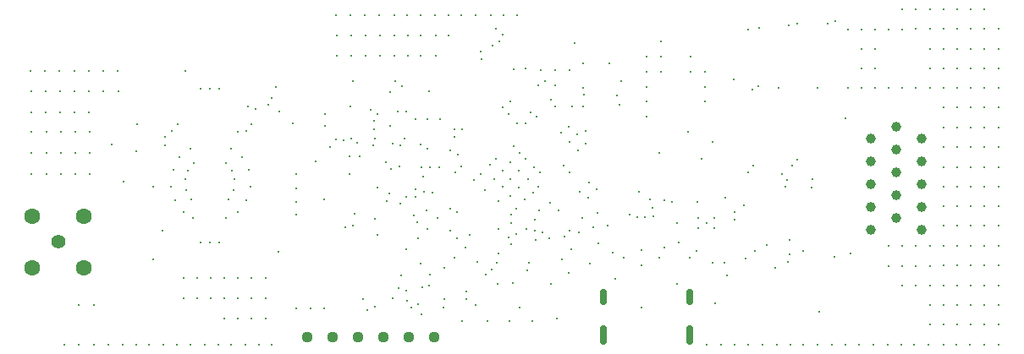
<source format=gbr>
%TF.GenerationSoftware,KiCad,Pcbnew,9.0.2+1*%
%TF.CreationDate,2025-08-16T20:28:59+01:00*%
%TF.ProjectId,Navigator,4e617669-6761-4746-9f72-2e6b69636164,rev?*%
%TF.SameCoordinates,Original*%
%TF.FileFunction,Plated,1,4,PTH,Mixed*%
%TF.FilePolarity,Positive*%
%FSLAX46Y46*%
G04 Gerber Fmt 4.6, Leading zero omitted, Abs format (unit mm)*
G04 Created by KiCad (PCBNEW 9.0.2+1) date 2025-08-16 20:28:59*
%MOMM*%
%LPD*%
G01*
G04 APERTURE LIST*
%TA.AperFunction,ViaDrill*%
%ADD10C,0.200000*%
%TD*%
%TA.AperFunction,ViaDrill*%
%ADD11C,0.250000*%
%TD*%
%TA.AperFunction,ViaDrill*%
%ADD12C,0.300000*%
%TD*%
G04 aperture for slot hole*
%TA.AperFunction,ComponentDrill*%
%ADD13C,0.650000*%
%TD*%
%TA.AperFunction,ComponentDrill*%
%ADD14C,1.000000*%
%TD*%
%TA.AperFunction,ComponentDrill*%
%ADD15C,1.117600*%
%TD*%
%TA.AperFunction,ComponentDrill*%
%ADD16C,1.400000*%
%TD*%
%TA.AperFunction,ComponentDrill*%
%ADD17C,1.600000*%
%TD*%
G04 APERTURE END LIST*
D10*
X101949999Y-71600000D03*
X101999492Y-75698984D03*
X102000000Y-73600000D03*
X102049493Y-77698984D03*
X102049493Y-79798984D03*
X102050001Y-81900000D03*
X103399999Y-71600000D03*
X103450000Y-73600000D03*
X103450000Y-75700000D03*
X103499493Y-77698984D03*
X103499493Y-79798984D03*
X103500001Y-81900000D03*
X104849998Y-71600000D03*
X104899999Y-73600000D03*
X104899999Y-75700000D03*
X104949492Y-77698984D03*
X104949492Y-79798984D03*
X104950000Y-81900000D03*
X105350000Y-99000000D03*
X106299998Y-71600000D03*
X106349999Y-73600000D03*
X106349999Y-75700000D03*
X106399492Y-77698984D03*
X106399492Y-79798984D03*
X106400000Y-81900000D03*
X106800000Y-95027202D03*
X106800000Y-99000000D03*
X107749999Y-71600000D03*
X107799492Y-75698984D03*
X107800000Y-73600000D03*
X107849493Y-77698984D03*
X107849493Y-79798984D03*
X107850001Y-81900000D03*
X108249999Y-95027202D03*
X108249999Y-99000000D03*
X109200000Y-71600000D03*
X109250001Y-73600000D03*
X109699999Y-99000000D03*
X110030000Y-78920000D03*
X110650001Y-71600000D03*
X110700002Y-73600000D03*
X111150000Y-99000000D03*
X111230000Y-82675000D03*
X112500000Y-99000000D03*
X112600000Y-76900000D03*
X113800000Y-99000000D03*
X115250000Y-99000000D03*
X115370000Y-78210000D03*
X115380000Y-79000000D03*
X116051681Y-77599999D03*
X116600000Y-99000000D03*
X117233333Y-92350000D03*
X117233333Y-94350000D03*
X117400000Y-71600000D03*
X117524856Y-83548499D03*
X117674856Y-81598499D03*
X117900000Y-99000000D03*
X118600000Y-92350000D03*
X118600000Y-94350000D03*
X119350001Y-99000000D03*
X119966667Y-92350000D03*
X119966667Y-94350000D03*
X120700001Y-99000000D03*
X121316667Y-96350000D03*
X121333768Y-92350044D03*
X121333768Y-94350044D03*
X122000001Y-99000000D03*
X122124856Y-81598499D03*
X122274856Y-83548499D03*
X122670000Y-77660000D03*
X122683334Y-96350000D03*
X122700000Y-92350000D03*
X122700435Y-94350044D03*
X123450001Y-99000000D03*
X123520000Y-77610000D03*
X123700000Y-75100000D03*
X124050000Y-96350000D03*
X124067101Y-92350044D03*
X124067101Y-94350044D03*
X124442597Y-75355138D03*
X124800001Y-99000000D03*
X125433768Y-92350044D03*
X125434094Y-94349188D03*
X125434094Y-96349188D03*
X125733100Y-75000000D03*
X126050000Y-74250000D03*
X126100001Y-99000000D03*
X126500000Y-73200000D03*
X126830000Y-75678500D03*
X128180000Y-76821500D03*
X128549999Y-95350000D03*
X128550000Y-81900000D03*
X128550000Y-83350000D03*
X128550000Y-84700000D03*
X128550000Y-86000000D03*
X129916666Y-95350000D03*
X130458500Y-80678583D03*
X131283333Y-95350000D03*
X131300000Y-84450000D03*
X131380000Y-75900000D03*
X131380000Y-77100000D03*
X131900000Y-79200000D03*
X132495272Y-78438487D03*
X132499999Y-66000000D03*
X132550000Y-68000000D03*
X132550000Y-70100000D03*
X133255000Y-78545000D03*
X133430578Y-87268547D03*
X133891001Y-80100000D03*
X133891001Y-81900000D03*
X133918101Y-75110000D03*
X133949999Y-66000000D03*
X134000000Y-68000000D03*
X134000000Y-70100000D03*
X134025158Y-78350000D03*
X134150000Y-72600000D03*
X134200000Y-87100000D03*
X134400000Y-85900000D03*
X134616863Y-78810854D03*
X134870000Y-80110000D03*
X135200000Y-94415001D03*
X135399998Y-66000000D03*
X135449999Y-68000000D03*
X135449999Y-70100000D03*
X135597660Y-95557660D03*
X135980000Y-75500000D03*
X136200000Y-79045000D03*
X136270000Y-76610000D03*
X136280000Y-77400000D03*
X136385000Y-95190000D03*
X136400000Y-86400000D03*
X136430000Y-78325000D03*
X136620000Y-75910000D03*
X136679999Y-88000000D03*
X136687442Y-83232426D03*
X136849998Y-66000000D03*
X136899999Y-68000000D03*
X136899999Y-70100000D03*
X137470000Y-80700000D03*
X137574856Y-84598499D03*
X137860000Y-83834875D03*
X137920000Y-77060000D03*
X137930000Y-73656998D03*
X138020000Y-81410000D03*
X138139518Y-78839999D03*
X138200000Y-94400000D03*
X138299999Y-66000000D03*
X138350000Y-68000000D03*
X138350000Y-70100000D03*
X138400000Y-72600000D03*
X138720000Y-75610000D03*
X138750000Y-93369000D03*
X138874856Y-81148499D03*
X138901660Y-79045000D03*
X138925000Y-84875000D03*
X139000000Y-92050000D03*
X139133499Y-73103499D03*
X139320000Y-78360000D03*
X139500000Y-75650000D03*
X139500000Y-93615000D03*
X139530000Y-84240000D03*
X139536515Y-89433250D03*
X139649999Y-66000000D03*
X139650000Y-94650000D03*
X139700000Y-68000000D03*
X139700000Y-70100000D03*
X140035873Y-95293122D03*
X140300000Y-86050000D03*
X140420000Y-83448499D03*
X140430000Y-76428499D03*
X140474856Y-84198499D03*
X140600000Y-86700000D03*
X140680000Y-94915000D03*
X140686515Y-88333250D03*
X140936515Y-90883250D03*
X140949999Y-66000000D03*
X140970000Y-78910000D03*
X141000000Y-68000000D03*
X141000000Y-70100000D03*
X141028499Y-96000000D03*
X141050000Y-81225000D03*
X141119754Y-93286000D03*
X141225000Y-82150000D03*
X141274856Y-83660000D03*
X141525000Y-85525000D03*
X141630000Y-76428499D03*
X141630000Y-79396000D03*
X141636515Y-87383960D03*
X141850000Y-73650000D03*
X141850000Y-93115000D03*
X141900000Y-92000000D03*
X141905000Y-81275000D03*
X142125000Y-83795000D03*
X142399999Y-66000000D03*
X142450000Y-68000000D03*
X142450000Y-70100000D03*
X142676515Y-86343961D03*
X142845853Y-81227502D03*
X142930000Y-76428499D03*
X143250000Y-95250000D03*
X143300000Y-94430000D03*
X143351515Y-91338250D03*
X143749999Y-66000000D03*
X143800000Y-68000000D03*
X143900000Y-85410000D03*
X143920000Y-79510000D03*
X143936515Y-87583250D03*
X144320000Y-77410000D03*
X144376515Y-90313249D03*
X144380000Y-78200000D03*
X144470000Y-81760000D03*
X144595365Y-85691019D03*
X144636515Y-88373250D03*
X144720000Y-79960000D03*
X145030000Y-81150000D03*
X145049999Y-66000000D03*
X145080000Y-77400000D03*
X145150000Y-96650000D03*
X145416515Y-89273250D03*
X145525255Y-93654146D03*
X145550000Y-94450000D03*
X145896776Y-87983224D03*
X146324856Y-82498499D03*
X146450000Y-95050000D03*
X146499999Y-66000000D03*
X146650000Y-90750000D03*
X146950000Y-81900000D03*
X147000000Y-69600000D03*
X147050000Y-70400000D03*
X147424856Y-83548499D03*
X147500000Y-92000000D03*
X147620000Y-96660000D03*
X147920000Y-80960000D03*
X147950000Y-66000000D03*
X148117073Y-91499215D03*
X148153883Y-69021722D03*
X148470000Y-80360000D03*
X148500000Y-67353527D03*
X148600000Y-90800000D03*
X148674856Y-92948499D03*
X148725000Y-89875000D03*
X148730000Y-84660000D03*
X148743269Y-87433269D03*
X148828641Y-68606531D03*
X149170000Y-67900000D03*
X149180000Y-75200000D03*
X149300000Y-66000000D03*
X149736558Y-88250269D03*
X149800000Y-75900000D03*
X149820000Y-96660000D03*
X149986168Y-86853378D03*
X150029160Y-88940840D03*
X150030000Y-85950000D03*
X150174856Y-92798499D03*
X150300000Y-71400000D03*
X150305140Y-79122015D03*
X150520000Y-85360000D03*
X150548231Y-87898499D03*
X150600000Y-66000000D03*
X150620000Y-76860000D03*
X150900000Y-95303805D03*
X150905000Y-79775000D03*
X151420000Y-84460000D03*
X151430000Y-71348298D03*
X151430000Y-76850000D03*
X151480000Y-80400000D03*
X151585000Y-87410000D03*
X151600000Y-91600000D03*
X151774856Y-90798499D03*
X151986520Y-75700753D03*
X152100000Y-96650000D03*
X152224856Y-83798499D03*
X152339668Y-81229668D03*
X152370000Y-86510000D03*
X152414146Y-87614289D03*
X152480840Y-88549160D03*
X152605000Y-76125000D03*
X152720000Y-83210000D03*
X152770000Y-73010000D03*
X152805000Y-85525000D03*
X152870000Y-81760000D03*
X152950000Y-71500000D03*
X153185824Y-87794176D03*
X153420000Y-72610000D03*
X153844160Y-88335840D03*
X153900000Y-84825000D03*
X153970000Y-74460000D03*
X154000000Y-92950000D03*
X154400000Y-71500000D03*
X154400000Y-73050000D03*
X154430000Y-75100000D03*
X154560000Y-96430000D03*
X154793340Y-85546660D03*
X154988224Y-77791776D03*
X155123179Y-90496821D03*
X155300000Y-81100000D03*
X155360000Y-88180000D03*
X155750000Y-77150000D03*
X155774067Y-91855933D03*
X155849999Y-71500000D03*
X155864160Y-81735840D03*
X155869823Y-87593466D03*
X155888224Y-78691776D03*
X156000000Y-89475000D03*
X156150000Y-75120000D03*
X156600000Y-77950000D03*
X156738224Y-79541776D03*
X156770000Y-87760000D03*
X156878968Y-83702611D03*
X157174856Y-86348499D03*
X157198742Y-73240147D03*
X157200000Y-75120000D03*
X157250000Y-70800000D03*
X157341559Y-73987572D03*
X157450000Y-78850000D03*
X157750000Y-84250000D03*
X157828968Y-82752611D03*
X157900000Y-90850000D03*
X158206564Y-87260000D03*
X158550000Y-83450000D03*
X158620000Y-85827925D03*
X158765431Y-88879283D03*
X159700000Y-87050000D03*
X159824856Y-70795000D03*
X160444856Y-92400000D03*
X160600000Y-74050000D03*
X160900000Y-75000000D03*
X161000000Y-72600000D03*
X161244856Y-90252549D03*
X161850000Y-85950000D03*
X162647355Y-86238733D03*
X162770000Y-83730000D03*
X163025000Y-89525000D03*
X163044856Y-91048499D03*
X163044856Y-95310000D03*
X163442355Y-86238733D03*
X163550000Y-76150000D03*
X163600000Y-70150000D03*
X163600000Y-71650000D03*
X163600000Y-73150000D03*
X163600000Y-74650000D03*
X163900000Y-84450000D03*
X164150000Y-85325000D03*
X164225000Y-86150000D03*
X164844854Y-90252549D03*
X164850000Y-79800000D03*
X165050000Y-68650000D03*
X165050000Y-70150000D03*
X165050000Y-71650000D03*
X166110000Y-84690000D03*
X166600000Y-86850000D03*
X166644856Y-92952547D03*
X166750000Y-88750000D03*
X167730000Y-77660000D03*
X167874856Y-90300000D03*
X167949999Y-70150000D03*
X167949999Y-71650000D03*
X168624856Y-84698499D03*
X168774856Y-86348499D03*
X168774856Y-87298499D03*
X169049998Y-80400002D03*
X169400000Y-71650000D03*
X169400000Y-73150000D03*
X169400000Y-74650000D03*
X169574856Y-86826998D03*
X169600000Y-99000000D03*
X170150000Y-78700000D03*
X170174858Y-90798495D03*
X170324856Y-86348499D03*
X170324856Y-87298499D03*
X171050000Y-99000000D03*
X171374857Y-90798499D03*
X171474856Y-84298499D03*
X171600000Y-92100000D03*
X172300000Y-72400000D03*
X172374856Y-85698499D03*
X172374856Y-86460000D03*
X172400000Y-99000000D03*
X173270000Y-85010000D03*
X173440000Y-90355496D03*
X173698802Y-67400000D03*
X173700000Y-81750000D03*
X173700000Y-99000000D03*
X174135000Y-73485000D03*
X174200000Y-81100000D03*
X174720000Y-73090000D03*
X174800000Y-67250000D03*
X175150000Y-99000000D03*
X175600000Y-89000000D03*
X176600001Y-99000000D03*
X176814124Y-73260000D03*
X177119668Y-81925000D03*
X177443958Y-83221146D03*
X177650000Y-82500000D03*
X177750000Y-90727208D03*
X177800000Y-67050000D03*
X177850000Y-88500000D03*
X177920000Y-89960000D03*
X177950001Y-99000000D03*
X178100000Y-81100000D03*
X178600000Y-66800000D03*
X178600000Y-80450000D03*
X179250001Y-99000000D03*
X179266856Y-89590499D03*
X180050000Y-83300000D03*
X180150000Y-82450000D03*
X180670000Y-73260000D03*
X180700001Y-99000000D03*
X181650000Y-66850000D03*
X182150001Y-99000000D03*
X182330000Y-90240000D03*
X182470000Y-66550000D03*
X183450000Y-76350000D03*
X183500001Y-99000000D03*
X183691667Y-67400000D03*
X183691667Y-73300000D03*
X184000000Y-89900000D03*
X184800001Y-99000000D03*
X185058333Y-73300000D03*
X185058334Y-67400000D03*
X185058334Y-69350000D03*
X185058334Y-71350000D03*
X186250001Y-99000000D03*
X186425000Y-67400000D03*
X186425000Y-69350000D03*
X186425000Y-71350000D03*
X186426251Y-73297639D03*
X187700001Y-99000000D03*
X187779167Y-89150000D03*
X187779167Y-91100000D03*
X187792918Y-67397639D03*
X187792918Y-73297639D03*
X189050001Y-99000000D03*
X189158333Y-73300000D03*
X189159913Y-65398583D03*
X189159913Y-67398583D03*
X189166666Y-89150000D03*
X189166666Y-91100000D03*
X189166666Y-93050000D03*
X190350001Y-99000000D03*
X190525000Y-65400000D03*
X190525000Y-67350000D03*
X190525000Y-73300000D03*
X190533333Y-89150000D03*
X190533333Y-91100000D03*
X190533333Y-93050000D03*
X191800001Y-99000000D03*
X191899999Y-95000000D03*
X191899999Y-97000000D03*
X191900000Y-65400000D03*
X191900000Y-67350000D03*
X191900000Y-69350000D03*
X191900000Y-71300000D03*
X191900000Y-73300000D03*
X191900000Y-89150000D03*
X191900000Y-91100000D03*
X191900000Y-93050000D03*
X193250001Y-99000000D03*
X193266666Y-75250000D03*
X193266666Y-77250000D03*
X193266666Y-79200000D03*
X193266666Y-81200000D03*
X193266666Y-83150000D03*
X193266666Y-85150000D03*
X193266666Y-87100000D03*
X193266666Y-89100000D03*
X193266666Y-91050000D03*
X193266666Y-93050000D03*
X193266666Y-95000000D03*
X193266666Y-97000000D03*
X193275000Y-65400000D03*
X193275000Y-67350000D03*
X193275000Y-69350000D03*
X193275000Y-71300000D03*
X193275000Y-73300000D03*
X194600001Y-99000000D03*
X194633333Y-69350000D03*
X194633333Y-71300000D03*
X194633333Y-73300000D03*
X194633333Y-75250000D03*
X194633333Y-77250000D03*
X194633333Y-79200000D03*
X194633333Y-81200000D03*
X194633333Y-83150000D03*
X194633333Y-85150000D03*
X194633333Y-87100000D03*
X194633333Y-89100000D03*
X194633333Y-91050000D03*
X194633333Y-93050000D03*
X194633333Y-95000000D03*
X194633333Y-97000000D03*
X194641667Y-65400000D03*
X194641667Y-67350000D03*
X195900001Y-99000000D03*
X196000000Y-69350000D03*
X196000000Y-71300000D03*
X196000000Y-73300000D03*
X196000000Y-75250000D03*
X196000000Y-77250000D03*
X196000000Y-79200000D03*
X196000000Y-81200000D03*
X196000000Y-83150000D03*
X196000000Y-85150000D03*
X196000000Y-87100000D03*
X196000000Y-89100000D03*
X196000000Y-91050000D03*
X196000000Y-93050000D03*
X196000000Y-95000000D03*
X196000000Y-97000000D03*
X196008334Y-65400000D03*
X196008334Y-67350000D03*
X197350001Y-99000000D03*
X197375000Y-69350000D03*
X197375000Y-71300000D03*
X197375000Y-73300000D03*
X197375000Y-75250000D03*
X197375000Y-77250000D03*
X197375000Y-79200000D03*
X197375000Y-81200000D03*
X197375000Y-83150000D03*
X197375000Y-85150000D03*
X197375000Y-87100000D03*
X197375000Y-89100000D03*
X197375000Y-91050000D03*
X197375000Y-93050000D03*
X197375000Y-95000000D03*
X197375000Y-97000000D03*
X197383334Y-65400000D03*
X197383334Y-67350000D03*
X198750000Y-69350000D03*
X198750000Y-71300000D03*
X198750000Y-73300000D03*
X198750000Y-75250000D03*
X198750000Y-77250000D03*
X198750000Y-79200000D03*
X198750000Y-81200000D03*
X198750000Y-83150000D03*
X198750000Y-85150000D03*
X198750000Y-87100000D03*
X198750000Y-89100000D03*
X198750000Y-91050000D03*
X198750000Y-93050000D03*
X198750000Y-95000000D03*
X198750000Y-97000000D03*
X198758334Y-67350000D03*
X198800000Y-99000000D03*
D11*
X114224856Y-83208499D03*
X114250000Y-90450000D03*
X115180000Y-87550000D03*
X148310212Y-82393854D03*
X149142712Y-81561354D03*
X149157743Y-83209717D03*
X149970243Y-82397218D03*
X149974856Y-84098499D03*
X149975212Y-80728854D03*
X150782743Y-81584717D03*
X150824857Y-83248498D03*
X151674857Y-82398498D03*
X156400000Y-68750000D03*
X157500000Y-77600000D03*
X160174856Y-89798499D03*
X165374856Y-84498499D03*
X165374856Y-89248499D03*
X168574856Y-89655496D03*
X170386999Y-94880965D03*
X180824856Y-95698499D03*
D12*
X112480000Y-79600000D03*
X116024856Y-83148499D03*
X116224856Y-81498499D03*
X116424856Y-84548499D03*
X116674856Y-76900000D03*
X116874856Y-80248499D03*
X117224856Y-85698499D03*
X117424856Y-82448499D03*
X117974856Y-79348499D03*
X118024856Y-84448499D03*
X118224856Y-86348499D03*
X118274856Y-80848499D03*
X118980000Y-73400000D03*
X118980000Y-88800000D03*
X119905000Y-73400000D03*
X119905000Y-88800000D03*
X120830000Y-73400000D03*
X120830000Y-88800000D03*
X121524856Y-80848499D03*
X121524856Y-86348499D03*
X121724856Y-84448499D03*
X121974856Y-79348499D03*
X122374856Y-82448499D03*
X122674856Y-85698499D03*
X123124856Y-80248499D03*
X123524856Y-84548499D03*
X123774856Y-81498499D03*
X123924856Y-83148499D03*
X124050000Y-76900000D03*
X126750000Y-89738499D03*
X149924856Y-74605000D03*
X174374856Y-89655496D03*
X176408499Y-91298499D03*
D13*
%TO.C,J5*%
X159224856Y-94723499D02*
X159224856Y-93723499D01*
X159224856Y-98698499D02*
X159224856Y-97398499D01*
X167864856Y-94723499D02*
X167864856Y-93723499D01*
X167864856Y-98698499D02*
X167864856Y-97398499D01*
D14*
%TO.C,DSUB1*%
X185980000Y-78340000D03*
X185980000Y-80630000D03*
X185980000Y-82920000D03*
X185980000Y-85210000D03*
X185980000Y-87500000D03*
X188520000Y-77195000D03*
X188520000Y-79485000D03*
X188520000Y-81775000D03*
X188520000Y-84065000D03*
X188520000Y-86355000D03*
X191060000Y-78340000D03*
X191060000Y-80630000D03*
X191060000Y-82920000D03*
X191060000Y-85210000D03*
X191060000Y-87500000D03*
D15*
%TO.C,J1*%
X129600000Y-98287000D03*
X132140000Y-98287000D03*
X134680000Y-98287000D03*
X137220000Y-98287000D03*
X139760000Y-98287000D03*
X142300000Y-98287000D03*
D16*
%TO.C,J2*%
X104700000Y-88700000D03*
D17*
X102125000Y-86125000D03*
X102125000Y-91275000D03*
X107275000Y-86125000D03*
X107275000Y-91275000D03*
M02*

</source>
